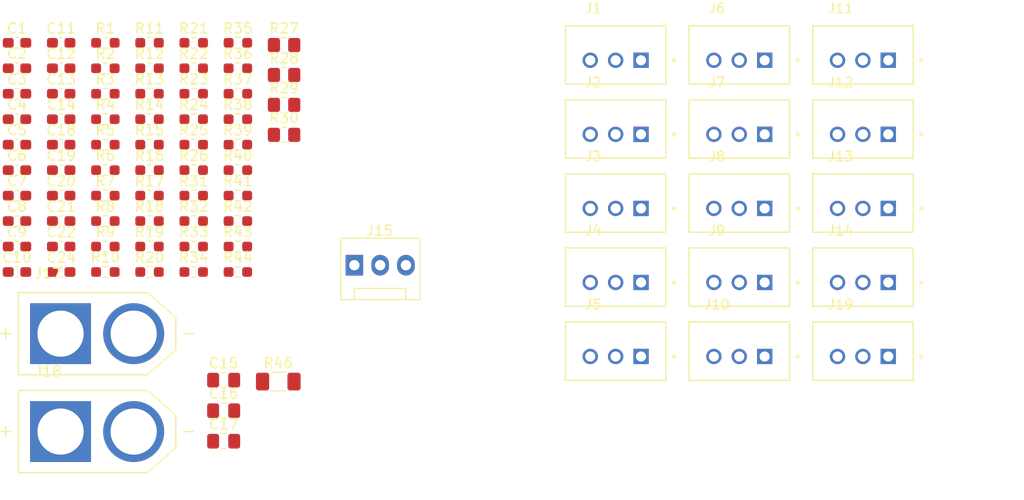
<source format=kicad_pcb>
(kicad_pcb (version 20240108) (generator "pcbnew") (generator_version "8.0")
  (layers (0 "F.Cu" signal) (31 "B.Cu" signal) (34 "B.Paste" user) (35 "F.Paste" user) (36 "B.SilkS" user "B.Silkscreen") (37 "F.SilkS" user "F.Silkscreen") (38 "B.Mask" user) (39 "F.Mask" user) (44 "Edge.Cuts" user))
  (net 0 "")
  (net 1 "+5V")
  (net 2 "GND1")
  (net 3 "+12V")
  (net 4 "+3.3V")
  (net 5 "44.4V")
  (net 6 "Net-(Q1-G)")
  (net 7 "44.4v")
  (net 8 "12v")
  (net 9 "5v")
  (net 10 "Signal Start Module")
  (net 11 "Net-(J17-POS)")
  (net 12 "Net-(J17-NEG)")
  (net 13 "Line Sensor 1 3.3V")
  (net 14 "Line Sensor 1 5v")
  (net 15 "Line Sensor 2 5v")
  (net 16 "Line Sensor 2 3.3V")
  (net 17 "Line Sensor 3 5v")
  (net 18 "Line Sensor 3 3.3V")
  (net 19 "Line Sensor 4 5v")
  (net 20 "Line Sensor 4 3.3V")
  (net 21 "Distance Sensor 1 12V")
  (net 22 "Distance Sensor 1 3.3V")
  (net 23 "Distance Sensor 2 12V")
  (net 24 "Distance Sensor 2 3.3V")
  (net 25 "Distance Sensor 3 3.3V")
  (net 26 "Distance Sensor 3 12V")
  (net 27 "Distance Sensor 4 12V")
  (net 28 "Distance Sensor 4 3.3V")
  (net 29 "Distance Sensor 5 3.3V")
  (net 30 "Distance Sensor 5 12V")
  (net 31 "Distance Sensor 6 12V")
  (net 32 "Distance Sensor 6 3.3V")
  (net 33 "Distance Sensor 7 3.3V")
  (net 34 "Distance Sensor 7 12V")
  (net 35 "Distance Sensor 8 3.3V")
  (net 36 "Distance Sensor 8 12V")
  (net 37 "Distance Sensor 9 3.3V")
  (net 38 "Distance Sensor 9 12V")
  (net 39 "Net-(Q2-D)")
  (net 40 "Net-(Q1-S)")
  (net 41 "Net-(Q2-G)")
  (net 42 "Net-(SW1-A)")
  (net 43 "Net-(D1-A)")
  (net 44 "Net-(D2-A)")
  (net 45 "Net-(D3-A)")
  (net 46 "Net-(D4-A)")
  (net 47 "Net-(D5-A)")
  (net 48 "Net-(D6-A)")
  (net 49 "Net-(D7-A)")
  (net 50 "Net-(D8-A)")
  (net 51 "Net-(D9-A)")
  (net 52 "Net-(D10-A)")
  (net 53 "Net-(D11-A)")
  (net 54 "Net-(D12-A)")
  (net 55 "Net-(D13-A)")
  (net 56 "Net-(D15-A)")
  (net 57 "Net-(D16-A)")
  (net 58 "PWM MD2")
  (net 59 "Direction MD2")
  (net 61 "PWM MD1")
  (net 62 "Direction MD1")
  (footprint "Resistor_SMD:R_0805_2012Metric_Pad1.20x1.40mm_HandSolder" (layer "F.Cu") (at 97.5 45.8)
    (property "Reference" "R27" (at 0 -1.65 0) (layer "F.SilkS"))
    (property "Value" "15k")
    (pad "1" smd roundrect (at -1 0) (size 1.2 1.4) (layers "F.Cu" "F.Paste" "F.Mask") (roundrect_rratio 0.208333) (net 6 "Net-(Q1-G)"))
    (pad "2" smd roundrect (at 1 0) (size 1.2 1.4) (layers "F.Cu" "F.Paste" "F.Mask") (roundrect_rratio 0.208333) (net 39 "Net-(Q2-D)"))
  )
  (footprint "XT60-M:AMASS_XT60-M" (layer "F.Cu") (at 79.0885 74.25)
    (property "Reference" "J17" (at -4.825 -5.935 0) (layer "F.SilkS"))
    (property "Value" "XT60-M")
    (pad "N" thru_hole circle (at 3.6 0) (size 6 6) (drill 4.55) (layers "*.Cu" "*.Mask") (net 12 "Net-(J17-NEG)"))
    (pad "P" thru_hole rect (at -3.6 0) (size 6 6) (drill 4.55) (layers "*.Cu" "*.Mask") (net 11 "Net-(J17-POS)"))
  )
  (footprint "Capacitor_SMD:C_0603_1608Metric_Pad1.08x0.95mm_HandSolder" (layer "F.Cu") (at 75.55 48.09)
    (property "Reference" "C12" (at 0 -1.43 0) (layer "F.SilkS"))
    (property "Value" "C")
    (pad "1" smd roundrect (at -0.8625 0) (size 1.075 0.95) (layers "F.Cu" "F.Paste" "F.Mask") (net 3 "+12V"))
    (pad "2" smd roundrect (at 0.8625 0) (size 1.075 0.95) (layers "F.Cu" "F.Paste" "F.Mask") (net 2 "GND1"))
  )
  (footprint "Resistor_SMD:R_0603_1608Metric_Pad0.98x0.95mm_HandSolder" (layer "F.Cu") (at 79.9 60.64)
    (property "Reference" "R7" (at 0 -1.43 0) (layer "F.SilkS"))
    (property "Value" "R")
    (pad "1" smd roundrect (at -0.9125 0) (size 0.975 0.95) (layers "F.Cu" "F.Paste" "F.Mask") (net 19 "Line Sensor 4 5v"))
    (pad "2" smd roundrect (at 0.9125 0) (size 0.975 0.95) (layers "F.Cu" "F.Paste" "F.Mask") (net 20 "Line Sensor 4 3.3V"))
  )
  (footprint "Resistor_SMD:R_0603_1608Metric_Pad0.98x0.95mm_HandSolder" (layer "F.Cu") (at 84.25 60.64)
    (property "Reference" "R17" (at 0 -1.43 0) (layer "F.SilkS"))
    (property "Value" "R")
    (pad "1" smd roundrect (at -0.9125 0) (size 0.975 0.95) (layers "F.Cu" "F.Paste" "F.Mask") (net 30 "Distance Sensor 5 12V"))
    (pad "2" smd roundrect (at 0.9125 0) (size 0.975 0.95) (layers "F.Cu" "F.Paste" "F.Mask") (net 29 "Distance Sensor 5 3.3V"))
  )
  (footprint "Jst Xh 2.5-3 Pin:JST_B3B-XH-A_LF__SN_" (layer "F.Cu") (at 130.15 61.375)
    (property "Reference" "J3" (at -2.2 -4.6 0) (layer "F.SilkS") (effects (font (size 0.944882 0.944882))))
    (property "Value" "Conn_01x03_MountingPin")
    (pad "1" thru_hole rect (at 2.5 0.525) (size 1.508 1.508) (drill 1) (layers "*.Cu" "*.Mask") (net 1 "+5V"))
    (pad "2" thru_hole circle (at 0 0.525) (size 1.508 1.508) (drill 1) (layers "*.Cu" "*.Mask"))
    (pad "3" thru_hole circle (at -2.5 0.525) (size 1.508 1.508) (drill 1) (layers "*.Cu" "*.Mask") (net 2 "GND1"))
  )
  (footprint "Capacitor_SMD:C_0603_1608Metric_Pad1.08x0.95mm_HandSolder" (layer "F.Cu") (at 71.2 65.66)
    (property "Reference" "C9" (at 0 -1.43 0) (layer "F.SilkS"))
    (property "Value" "C")
    (pad "1" smd roundrect (at -0.8625 0) (size 1.075 0.95) (layers "F.Cu" "F.Paste" "F.Mask") (net 3 "+12V"))
    (pad "2" smd roundrect (at 0.8625 0) (size 1.075 0.95) (layers "F.Cu" "F.Paste" "F.Mask") (net 2 "GND1"))
  )
  (footprint "Capacitor_SMD:C_0603_1608Metric_Pad1.08x0.95mm_HandSolder" (layer "F.Cu") (at 71.2 48.09)
    (property "Reference" "C2" (at 0 -1.43 0) (layer "F.SilkS"))
    (property "Value" "C")
    (pad "1" smd roundrect (at -0.8625 0) (size 1.075 0.95) (layers "F.Cu" "F.Paste" "F.Mask") (net 1 "+5V"))
    (pad "2" smd roundrect (at 0.8625 0) (size 1.075 0.95) (layers "F.Cu" "F.Paste" "F.Mask") (net 2 "GND1"))
  )
  (footprint "Capacitor_SMD:C_0603_1608Metric_Pad1.08x0.95mm_HandSolder" (layer "F.Cu") (at 75.55 55.62)
    (property "Reference" "C18" (at 0 -1.43 0) (layer "F.SilkS"))
    (property "Value" "C")
    (pad "1" smd roundrect (at -0.8625 0) (size 1.075 0.95) (layers "F.Cu" "F.Paste" "F.Mask") (net 7 "44.4v"))
    (pad "2" smd roundrect (at 0.8625 0) (size 1.075 0.95) (layers "F.Cu" "F.Paste" "F.Mask") (net 2 "GND1"))
  )
  (footprint "Capacitor_SMD:C_0603_1608Metric_Pad1.08x0.95mm_HandSolder" (layer "F.Cu") (at 75.55 65.66)
    (property "Reference" "C22" (at 0 -1.43 0) (layer "F.SilkS"))
    (property "Value" "C")
    (pad "1" smd roundrect (at -0.8625 0) (size 1.075 0.95) (layers "F.Cu" "F.Paste" "F.Mask") (net 1 "+5V"))
    (pad "2" smd roundrect (at 0.8625 0) (size 1.075 0.95) (layers "F.Cu" "F.Paste" "F.Mask") (net 2 "GND1"))
  )
  (footprint "Capacitor_SMD:C_0603_1608Metric_Pad1.08x0.95mm_HandSolder" (layer "F.Cu") (at 71.2 68.17)
    (property "Reference" "C10" (at 0 -1.43 0) (layer "F.SilkS"))
    (property "Value" "C")
    (pad "1" smd roundrect (at -0.8625 0) (size 1.075 0.95) (layers "F.Cu" "F.Paste" "F.Mask") (net 3 "+12V"))
    (pad "2" smd roundrect (at 0.8625 0) (size 1.075 0.95) (layers "F.Cu" "F.Paste" "F.Mask") (net 2 "GND1"))
  )
  (footprint "Resistor_SMD:R_0603_1608Metric_Pad0.98x0.95mm_HandSolder" (layer "F.Cu") (at 84.25 48.09)
    (property "Reference" "R12" (at 0 -1.43 0) (layer "F.SilkS"))
    (property "Value" "R")
    (pad "1" smd roundrect (at -0.9125 0) (size 0.975 0.95) (layers "F.Cu" "F.Paste" "F.Mask") (net 24 "Distance Sensor 2 3.3V"))
    (pad "2" smd roundrect (at 0.9125 0) (size 0.975 0.95) (layers "F.Cu" "F.Paste" "F.Mask") (net 2 "GND1"))
  )
  (footprint "Capacitor_SMD:C_0603_1608Metric_Pad1.08x0.95mm_HandSolder" (layer "F.Cu") (at 75.55 50.6)
    (property "Reference" "C13" (at 0 -1.43 0) (layer "F.SilkS"))
    (property "Value" "C")
    (pad "1" smd roundrect (at -0.8625 0) (size 1.075 0.95) (layers "F.Cu" "F.Paste" "F.Mask") (net 1 "+5V"))
    (pad "2" smd roundrect (at 0.8625 0) (size 1.075 0.95) (layers "F.Cu" "F.Paste" "F.Mask") (net 2 "GND1"))
  )
  (footprint "Jst Xh 2.5-3 Pin:JST_B3B-XH-A_LF__SN_" (layer "F.Cu") (at 130.15 75.975)
    (property "Reference" "J5" (at -2.2 -4.6 0) (layer "F.SilkS") (effects (font (size 0.944882 0.944882))))
    (property "Value" "Conn_01x03_MountingPin")
    (pad "1" thru_hole rect (at 2.5 0.525) (size 1.508 1.508) (drill 1) (layers "*.Cu" "*.Mask") (net 23 "Distance Sensor 2 12V"))
    (pad "2" thru_hole circle (at 0 0.525) (size 1.508 1.508) (drill 1) (layers "*.Cu" "*.Mask") (net 3 "+12V"))
    (pad "3" thru_hole circle (at -2.5 0.525) (size 1.508 1.508) (drill 1) (layers "*.Cu" "*.Mask") (net 2 "GND1"))
  )
  (footprint "Resistor_SMD:R_0603_1608Metric_Pad0.98x0.95mm_HandSolder" (layer "F.Cu") (at 79.9 53.11)
    (property "Reference" "R4" (at 0 -1.43 0) (layer "F.SilkS"))
    (property "Value" "R")
    (pad "1" smd roundrect (at -0.9125 0) (size 0.975 0.95) (layers "F.Cu" "F.Paste" "F.Mask") (net 16 "Line Sensor 2 3.3V"))
    (pad "2" smd roundrect (at 0.9125 0) (size 0.975 0.95) (layers "F.Cu" "F.Paste" "F.Mask") (net 2 "GND1"))
  )
  (footprint "Resistor_SMD:R_0603_1608Metric_Pad0.98x0.95mm_HandSolder" (layer "F.Cu") (at 79.9 68.17)
    (property "Reference" "R10" (at 0 -1.43 0) (layer "F.SilkS"))
    (property "Value" "R")
    (pad "1" smd roundrect (at -0.9125 0) (size 0.975 0.95) (layers "F.Cu" "F.Paste" "F.Mask") (net 22 "Distance Sensor 1 3.3V"))
    (pad "2" smd roundrect (at 0.9125 0) (size 0.975 0.95) (layers "F.Cu" "F.Paste" "F.Mask") (net 2 "GND1"))
  )
  (footprint "Resistor_SMD:R_0603_1608Metric_Pad0.98x0.95mm_HandSolder" (layer "F.Cu") (at 92.95 58.13)
    (property "Reference" "R40" (at 0 -1.43 0) (layer "F.SilkS"))
    (property "Value" "R")
    (pad "1" smd roundrect (at -0.9125 0) (size 0.975 0.95) (layers "F.Cu" "F.Paste" "F.Mask") (net 32 "Distance Sensor 6 3.3V"))
    (pad "2" smd roundrect (at 0.9125 0) (size 0.975 0.95) (layers "F.Cu" "F.Paste" "F.Mask") (net 52 "Net-(D10-A)"))
  )
  (footprint "Resistor_SMD:R_0603_1608Metric_Pad0.98x0.95mm_HandSolder" (layer "F.Cu") (at 88.6 68.17)
    (property "Reference" "R34" (at 0 -1.43 0) (layer "F.SilkS"))
    (property "Value" "R")
    (pad "1" smd roundrect (at -0.9125 0) (size 0.975 0.95) (layers "F.Cu" "F.Paste" "F.Mask") (net 20 "Line Sensor 4 3.3V"))
    (pad "2" smd roundrect (at 0.9125 0) (size 0.975 0.95) (layers "F.Cu" "F.Paste" "F.Mask") (net 46 "Net-(D4-A)"))
  )
  (footprint "Jst Xh 2.5-3 Pin:JST_B3B-XH-A_LF__SN_" (layer "F.Cu") (at 142.325 54.075)
    (property "Reference" "J7" (at -2.2 -4.6 0) (layer "F.SilkS") (effects (font (size 0.944882 0.944882))))
    (property "Value" "Conn_01x03_MountingPin")
    (pad "1" thru_hole rect (at 2.5 0.525) (size 1.508 1.508) (drill 1) (layers "*.Cu" "*.Mask") (net 27 "Distance Sensor 4 12V"))
    (pad "2" thru_hole circle (at 0 0.525) (size 1.508 1.508) (drill 1) (layers "*.Cu" "*.Mask") (net 3 "+12V"))
    (pad "3" thru_hole circle (at -2.5 0.525) (size 1.508 1.508) (drill 1) (layers "*.Cu" "*.Mask") (net 2 "GND1"))
  )
  (footprint "Jst Xh 2.5-3 Pin:JST_B3B-XH-A_LF__SN_" (layer "F.Cu") (at 130.15 68.675)
    (property "Reference" "J4" (at -2.2 -4.6 0) (layer "F.SilkS") (effects (font (size 0.944882 0.944882))))
    (property "Value" "Conn_01x03_MountingPin")
    (pad "1" thru_hole rect (at 2.5 0.525) (size 1.508 1.508) (drill 1) (layers "*.Cu" "*.Mask") (net 21 "Distance Sensor 1 12V"))
    (pad "2" thru_hole circle (at 0 0.525) (size 1.508 1.508) (drill 1) (layers "*.Cu" "*.Mask") (net 3 "+12V"))
    (pad "3" thru_hole circle (at -2.5 0.525) (size 1.508 1.508) (drill 1) (layers "*.Cu" "*.Mask") (net 2 "GND1"))
  )
  (footprint "Resistor_SMD:R_0603_1608Metric_Pad0.98x0.95mm_HandSolder" (layer "F.Cu") (at 88.6 50.6)
    (property "Reference" "R23" (at 0 -1.43 0) (layer "F.SilkS"))
    (property "Value" "R")
    (pad "1" smd roundrect (at -0.9125 0) (size 0.975 0.95) (layers "F.Cu" "F.Paste" "F.Mask") (net 36 "Distance Sensor 8 12V"))
    (pad "2" smd roundrect (at 0.9125 0) (size 0.975 0.95) (layers "F.Cu" "F.Paste" "F.Mask") (net 35 "Distance Sensor 8 3.3V"))
  )
  (footprint "Resistor_SMD:R_0603_1608Metric_Pad0.98x0.95mm_HandSolder" (layer "F.Cu") (at 88.6 53.11)
    (property "Reference" "R24" (at 0 -1.43 0) (layer "F.SilkS"))
    (property "Value" "R")
    (pad "1" smd roundrect (at -0.9125 0) (size 0.975 0.95) (layers "F.Cu" "F.Paste" "F.Mask") (net 35 "Distance Sensor 8 3.3V"))
    (pad "2" smd roundrect (at 0.9125 0) (size 0.975 0.95) (layers "F.Cu" "F.Paste" "F.Mask") (net 2 "GND1"))
  )
  (footprint "Jst Xh 2.5-3 Pin:JST_B3B-XH-A_LF__SN_" (layer "F.Cu") (at 154.5 68.675)
    (property "Reference" "J14" (at -2.2 -4.6 0) (layer "F.SilkS") (effects (font (size 0.944882 0.944882))))
    (property "Value" "Conn_01x03_MountingPin")
    (pad "1" thru_hole rect (at 2.5 0.525) (size 1.508 1.508) (drill 1) (layers "*.Cu" "*.Mask") (net 15 "Line Sensor 2 5v"))
    (pad "2" thru_hole circle (at 0 0.525) (size 1.508 1.508) (drill 1) (layers "*.Cu" "*.Mask") (net 1 "+5V"))
    (pad "3" thru_hole circle (at -2.5 0.525) (size 1.508 1.508) (drill 1) (layers "*.Cu" "*.Mask") (net 2 "GND1"))
  )
  (footprint "Jst Xh 2.5-3 Pin:JST_B3B-XH-A_LF__SN_" (layer "F.Cu") (at 142.325 61.375)
    (property "Reference" "J8" (at -2.2 -4.6 0) (layer "F.SilkS") (effects (font (size 0.944882 0.944882))))
    (property "Value" "Conn_01x03_MountingPin")
    (pad "1" thru_hole rect (at 2.5 0.525) (size 1.508 1.508) (drill 1) (layers "*.Cu" "*.Mask") (net 30 "Distance Sensor 5 12V"))
    (pad "2" thru_hole circle (at 0 0.525) (size 1.508 1.508) (drill 1) (layers "*.Cu" "*.Mask") (net 3 "+12V"))
    (pad "3" thru_hole circle (at -2.5 0.525) (size 1.508 1.508) (drill 1) (layers "*.Cu" "*.Mask") (net 2 "GND1"))
  )
  (footprint "Resistor_SMD:R_0603_1608Metric_Pad0.98x0.95mm_HandSolder" (layer "F.Cu") (at 84.25 63.15)
    (property "Reference" "R18" (at 0 -1.43 0) (layer "F.SilkS"))
    (property "Value" "R")
    (pad "1" smd roundrect (at -0.9125 0) (size 0.975 0.95) (layers "F.Cu" "F.Paste" "F.Mask") (net 29 "Distance Sensor 5 3.3V"))
    (pad "2" smd roundrect (at 0.9125 0) (size 0.975 0.95) (layers "F.Cu" "F.Paste" "F.Mask") (net 2 "GND1"))
  )
  (footprint "Capacitor_SMD:C_0603_1608Metric_Pad1.08x0.95mm_HandSolder" (layer "F.Cu") (at 75.55 60.64)
    (property "Reference" "C20" (at 0 -1.43 0) (layer "F.SilkS"))
    (property "Value" "C")
    (pad "1" smd roundrect (at -0.8625 0) (size 1.075 0.95) (layers "F.Cu" "F.Paste" "F.Mask") (net 7 "44.4v"))
    (pad "2" smd roundrect (at 0.8625 0) (size 1.075 0.95) (layers "F.Cu" "F.Paste" "F.Mask") (net 2 "GND1"))
  )
  (footprint "Capacitor_SMD:C_0805_2012Metric_Pad1.18x1.45mm_HandSolder" (layer "F.Cu") (at 91.55 84.85)
    (property "Reference" "C17" (at 0 -1.68 0) (layer "F.SilkS"))
    (property "Value" "1uF")
    (pad "1" smd roundrect (at -1.0375 0) (size 1.175 1.45) (layers "F.Cu" "F.Paste" "F.Mask") (roundrect_rratio 0.212766) (net 5 "44.4V"))
    (pad "2" smd roundrect (at 1.0375 0) (size 1.175 1.45) (layers "F.Cu" "F.Paste" "F.Mask") (roundrect_rratio 0.212766) (net 6 "Net-(Q1-G)"))
  )
  (footprint "Resistor_SMD:R_0603_1608Metric_Pad0.98x0.95mm_HandSolder" (layer "F.Cu") (at 92.95 50.6)
    (property "Reference" "R37" (at 0 -1.43 0) (layer "F.SilkS"))
    (property "Value" "R")
    (pad "1" smd roundrect (at -0.9125 0) (size 0.975 0.95) (layers "F.Cu" "F.Paste" "F.Mask") (net 25 "Distance Sensor 3 3.3V"))
    (pad "2" smd roundrect (at 0.9125 0) (size 0.975 0.95) (layers "F.Cu" "F.Paste" "F.Mask") (net 49 "Net-(D7-A)"))
  )
  (footprint "Jst Xh 2.5-3 Pin:JST_B3B-XH-A_LF__SN_" (layer "F.Cu") (at 142.325 68.675)
    (property "Reference" "J9" (at -2.2 -4.6 0) (layer "F.SilkS") (effects (font (size 0.944882 0.944882))))
    (property "Value" "Conn_01x03_MountingPin")
    (pad "1" thru_hole rect (at 2.5 0.525) (size 1.508 1.508) (drill 1) (layers "*.Cu" "*.Mask") (net 31 "Distance Sensor 6 12V"))
    (pad "2" thru_hole circle (at 0 0.525) (size 1.508 1.508) (drill 1) (layers "*.Cu" "*.Mask") (net 3 "+12V"))
    (pad "3" thru_hole circle (at -2.5 0.525) (size 1.508 1.508) (drill 1) (layers "*.Cu" "*.Mask") (net 2 "GND1"))
  )
  (footprint "Resistor_SMD:R_0603_1608Metric_Pad0.98x0.95mm_HandSolder" (layer "F.Cu") (at 92.95 55.62)
    (property "Reference" "R39" (at 0 -1.43 0) (layer "F.SilkS"))
    (property "Value" "R")
    (pad "1" smd roundrect (at -0.9125 0) (size 0.975 0.95) (layers "F.Cu" "F.Paste" "F.Mask") (net 29 "Distance Sensor 5 3.3V"))
    (pad "2" smd roundrect (at 0.9125 0) (size 0.975 0.95) (layers "F.Cu" "F.Paste" "F.Mask") (net 51 "Net-(D9-A)"))
  )
  (footprint "Resistor_SMD:R_0805_2012Metric_Pad1.20x1.40mm_HandSolder" (layer "F.Cu") (at 97.5 54.65)
    (property "Reference" "R30" (at 0 -1.65 0) (layer "F.SilkS"))
    (property "Value" "8k")
    (pad "1" smd roundrect (at -1 0) (size 1.2 1.4) (layers "F.Cu" "F.Paste" "F.Mask") (roundrect_rratio 0.208333) (net 41 "Net-(Q2-G)"))
    (pad "2" smd roundrect (at 1 0) (size 1.2 1.4) (layers "F.Cu" "F.Paste" "F.Mask") (roundrect_rratio 0.208333) (net 42 "Net-(SW1-A)"))
  )
  (footprint "Resistor_SMD:R_0805_2012Metric_Pad1.20x1.40mm_HandSolder" (layer "F.Cu") (at 97.5 48.75)
    (property "Reference" "R28" (at 0 -1.65 0) (layer "F.SilkS"))
    (property "Value" "10k")
    (pad "1" smd roundrect (at -1 0) (size 1.2 1.4) (layers "F.Cu" "F.Paste" "F.Mask") (roundrect_rratio 0.208333) (net 6 "Net-(Q1-G)"))
    (pad "2" smd roundrect (at 1 0) (size 1.2 1.4) (layers "F.Cu" "F.Paste" "F.Mask") (roundrect_rratio 0.208333) (net 40 "Net-(Q1-S)"))
  )
  (footprint "Resistor_SMD:R_0603_1608Metric_Pad0.98x0.95mm_HandSolder" (layer "F.Cu") (at 92.95 45.58)
    (property "Reference" "R35" (at 0 -1.43 0) (layer "F.SilkS"))
    (property "Value" "R")
    (pad "1" smd roundrect (at -0.9125 0) (size 0.975 0.95) (layers "F.Cu" "F.Paste" "F.Mask") (net 22 "Distance Sensor 1 3.3V"))
    (pad "2" smd roundrect (at 0.9125 0) (size 0.975 0.95) (layers "F.Cu" "F.Paste" "F.Mask") (net 47 "Net-(D5-A)"))
  )
  (footprint "Capacitor_SMD:C_0603_1608Metric_Pad1.08x0.95mm_HandSolder" (layer "F.Cu") (at 71.2 45.58)
    (property "Reference" "C1" (at 0 -1.43 0) (layer "F.SilkS"))
    (property "Value" "C")
    (pad "1" smd roundrect (at -0.8625 0) (size 1.075 0.95) (layers "F.Cu" "F.Paste" "F.Mask") (net 1 "+5V"))
    (pad "2" smd roundrect (at 0.8625 0) (size 1.075 0.95) (layers "F.Cu" "F.Paste" "F.Mask") (net 2 "GND1"))
  )
  (footprint "Resistor_SMD:R_0805_2012Metric_Pad1.20x1.40mm_HandSolder" (layer "F.Cu") (at 97.5 51.7)
    (property "Reference" "R29" (at 0 -1.65 0) (layer "F.SilkS"))
    (property "Value" "1k")
    (pad "1" smd roundrect (at -1 0) (size 1.2 1.4) (layers "F.Cu" "F.Paste" "F.Mask") (roundrect_rratio 0.208333) (net 41 "Net-(Q2-G)"))
    (pad "2" smd roundrect (at 1 0) (size 1.2 1.4) (layers "F.Cu" "F.Paste" "F.Mask") (roundrect_rratio 0.208333) (net 2 "GND1"))
  )
  (footprint "Resistor_SMD:R_0603_1608Metric_Pad0.98x0.95mm_HandSolder" (layer "F.Cu") (at 88.6 65.66)
    (property "Reference" "R33" (at 0 -1.43 0) (layer "F.SilkS"))
    (property "Value" "R")
    (pad "1" smd roundrect (at -0.9125 0) (size 0.975 0.95) (layers "F.Cu" "F.Paste" "F.Mask") (net 18 "Line Sensor 3 3.3V"))
    (pad "2" smd roundrect (at 0.9125 0) (size 0.975 0.95) (layers "F.Cu" "F.Paste" "F.Mask") (net 45 "Net-(D3-A)"))
  )
  (footprint "Resistor_SMD:R_0603_1608Metric_Pad0.98x0.95mm_HandSolder" (layer "F.Cu") (at 84.25 53.11)
    (property "Reference" "R14" (at 0 -1.43 0) (layer "F.SilkS"))
    (property "Value" "R")
    (pad "1" smd roundrect (at -0.9125 0) (size 0.975 0.95) (layers "F.Cu" "F.Paste" "F.Mask") (net 25 "Distance Sensor 3 3.3V"))
    (pad "2" smd roundrect (at 0.9125 0) (size 0.975 0.95) (layers "F.Cu" "F.Paste" "F.Mask") (net 2 "GND1"))
  )
  (footprint "Capacitor_SMD:C_0603_1608Metric_Pad1.08x0.95mm_HandSolder" (layer "F.Cu") (at 71.2 60.64)
    (property "Reference" "C7" (at 0 -1.43 0) (layer "F.SilkS"))
    (property "Value" "C")
    (pad "1" smd roundrect (at -0.8625 0) (size 1.075 0.95) (layers "F.Cu" "F.Paste" "F.Mask") (net 3 "+12V"))
    (pad "2" smd roundrect (at 0.8625 0) (size 1.075 0.95) (layers "F.Cu" "F.Paste" "F.Mask") (net 2 "GND1"))
  )
  (footprint "Capacitor_SMD:C_0603_1608Metric_Pad1.08x0.95mm_HandSolder" (layer "F.Cu") (at 75.55 53.11)
    (property "Reference" "C14" (at 0 -1.43 0) (layer "F.SilkS"))
    (property "Value" "C")
    (pad "1" smd roundrect (at -0.8625 0) (size 1.075 0.95) (layers "F.Cu" "F.Paste" "F.Mask") (net 2 "GND1"))
    (pad "2" smd roundrect (at 0.8625 0) (size 1.075 0.95) (layers "F.Cu" "F.Paste" "F.Mask") (net 4 "+3.3V"))
  )
  (footprint "Resistor_SMD:R_0603_1608Metric_Pad0.98x0.95mm_HandSolder" (layer "F.Cu") (at 92.95 63.15)
    (property "Reference" "R42" (at 0 -1.43 0) (layer "F.SilkS"))
    (property "Value" "R")
    (pad "1" smd roundrect (at -0.9125 0) (size 0.975 0.95) (layers "F.Cu" "F.Paste" "F.Mask") (net 35 "Distance Sensor 8 3.3V"))
    (pad "2" smd roundrect (at 0.9125 0) (size 0.975 0.95) (layers "F.Cu" "F.Paste" "F.Mask") (net 54 "Net-(D12-A)"))
  )
  (footprint "Capacitor_SMD:C_0603_1608Metric_Pad1.08x0.95mm_HandSolder" (layer "F.Cu") (at 71.2 58.13)
    (property "Reference" "C6" (at 0 -1.43 0) (layer "F.SilkS"))
    (property "Value" "C")
    (pad "1" smd roundrect (at -0.8625 0) (size 1.075 0.95) (layers "F.Cu" "F.Paste" "F.Mask") (net 3 "+12V"))
    (pad "2" smd roundrect (at 0.8625 0) (size 1.075 0.95) (layers "F.Cu" "F.Paste" "F.Mask") (net 2 "GND1"))
  )
  (footprint "Resistor_SMD:R_0603_1608Metric_Pad0.98x0.95mm_HandSolder" (layer "F.Cu") (at 84.25 50.6)
    (property "Reference" "R13" (at 0 -1.43 0) (layer "F.SilkS"))
    (property "Value" "R")
    (pad "1" smd roundrect (at -0.9125 0) (size 0.975 0.95) (layers "F.Cu" "F.Paste" "F.Mask") (net 26 "Distance Sensor 3 12V"))
    (pad "2" smd roundrect (at 0.9125 0) (size 0.975 0.95) (layers "F.Cu" "F.Paste" "F.Mask") (net 25 "Distance Sensor 3 3.3V"))
  )
  (footprint "Jst Xh 2.5-3 Pin:JST_B3B-XH-A_LF__SN_" (layer "F.Cu") (at 130.15 46.775)
    (property "Reference" "J1" (at -2.2 -4.6 0) (layer "F.SilkS") (effects (font (size 0.944882 0.944882))))
    (property "Value" "Conn_01x03_MountingPin")
    (pad "1" thru_hole rect (at 2.5 0.525) (size 1.508 1.508) (drill 1) (layers "*.Cu" "*.Mask") (net 59 "Direction MD2"))
    (pad "2" thru_hole circle (at 0 0.525) (size 1.508 1.508) (drill 1) (layers "*.Cu" "*.Mask") (net 58 "PWM MD2"))
    (pad "3" thru_hole circle (at -2.5 0.525) (size 1.508 1.508) (drill 1) (layers "*.Cu" "*.Mask") (net 2 "GND1"))
  )
  (footprint "Capacitor_SMD:C_0805_2012Metric_Pad1.18x1.45mm_HandSolder" (layer "F.Cu") (at 91.55 81.84)
    (property "Reference" "C16" (at 0 -1.68 0) (layer "F.SilkS"))
    (property "Value" "1uF")
    (pad "1" smd roundrect (at -1.0375 0) (size 1.175 1.45) (layers "F.Cu" "F.Paste" "F.Mask") (roundrect_rratio 0.212766) (net 5 "44.4V"))
    (pad "2" smd roundrect (at 1.0375 0) (size 1.175 1.45) (layers "F.Cu" "F.Paste" "F.Mask") (roundrect_rratio 0.212766) (net 2 "GND1"))
  )
  (footprint "Jst Xh 2.5-3 Pin:JST_B3B-XH-A_LF__SN_" (layer "F.Cu") (at 142.325 46.775)
    (property "Reference" "J6" (at -2.2 -4.6 0) (layer "F.SilkS") (effects (font (size 0.944882 0.944882))))
    (property "Value" "Conn_01x03_MountingPin")
    (pad "1" thru_hole rect (at 2.5 0.525) (size 1.508 1.508) (drill 1) (layers "*.Cu" "*.Mask") (net 26 "Distance Sensor 3 12V"))
    (pad "2" thru_hole circle (at 0 0.525) (size 1.508 1.508) (drill 1) (layers "*.Cu" "*.Mask") (net 3 "+12V"))
    (pad "3" thru_hole circle (at -2.5 0.525) (size 1.508 1.508) (drill 1) (layers "*.Cu" "*.Mask") (net 2 "GND1"))
  )
  (footprint "XT60-M:AMASS_XT60-M" (layer "F.Cu") (at 79.0885 83.9)
    (property "Reference" "J18" (at -4.825 -5.935 0) (layer "F.SilkS"))
    (property "Value" "XT60-M")
    (pad "N" thru_hole circle (at 3.6 0) (size 6 6) (drill 4.55) (layers "*.Cu" "*.Mask") (net 2 "GND1"))
    (pad "P" thru_hole rect (at -3.6 0) (size 6 6) (drill 4.55) (layers "*.Cu" "*.Mask") (net 12 "Net-(J17-NEG)"))
  )
  (footprint "Jst Xh 2.5-3 Pin:JST_B3B-XH-A_LF__SN_" (layer "F.Cu") (at 154.5 46.775)
    (property "Reference" "J11" (at -2.2 -4.6 0) (layer "F.SilkS") (effects (font (size 0.944882 0.944882))))
    (property "Value" "Conn_01x03_MountingPin")
    (pad "1" thru_hole rect (at 2.5 0.525) (size 1.508 1.508) (drill 1) (layers "*.Cu" "*.Mask") (net 36 "Distance Sensor 8 12V"))
    (pad "2" thru_hole circle (at 0 0.525) (size 1.508 1.508) (drill 1) (layers "*.Cu" "*.Mask") (net 3 "+12V"))
    (pad "3" thru_hole circle (at -2.5 0.525) (size 1.508 1.508) (drill 1) (layers "*.Cu" "*.Mask") (net 2 "GND1"))
  )
  (footprint "Capacitor_SMD:C_0603_1608Metric_Pad1.08x0.95mm_HandSolder" (layer "F.Cu") (at 71.2 55.62)
    (property "Reference" "C5" (at 0 -1.43 0) (layer "F.SilkS"))
    (property "Value" "C")
    (pad "1" smd roundrect (at -0.8625 0) (size 1.075 0.95) (layers "F.Cu" "F.Paste" "F.Mask") (net 3 "+12V"))
    (pad "2" smd roundrect (at 0.8625 0) (size 1.075 0.95) (layers "F.Cu" "F.Paste" "F.Mask") (net 2 "GND1"))
  )
  (footprint "Resistor_SMD:R_0603_1608Metric_Pad0.98x0.95mm_HandSolder" (layer "F.Cu") (at 79.9 65.66)
    (property "Reference" "R9" (at 0 -1.43 0) (layer "F.SilkS"))
    (property "Value" "R")
    (pad "1" smd roundrect (at -0.9125 0) (size 0.975 0.95) (layers "F.Cu" "F.Paste" "F.Mask") (net 21 "Distance Sensor 1 12V"))
    (pad "2" smd roundrect (at 0.9125 0) (size 0.975 0.95) (layers "F.Cu" "F.Paste" "F.Mask") (net 22 "Distance Sensor 1 3.3V"))
  )
  (footprint "Resistor_SMD:R_0603_1608Metric_Pad0.98x0.95mm_HandSolder" (layer "F.Cu") (at 84.25 68.17)
    (property "Reference" "R20" (at 0 -1.43 0) (layer "F.SilkS"))
    (property "Value" "R")
    (pad "1" smd roundrect (at -0.9125 0) (size 0.975 0.95) (layers "F.Cu" "F.Paste" "F.Mask") (net 32 "Distance Sensor 6 3.3V"))
    (pad "2" smd roundrect (at 0.9125 0) (size 0.975 0.95) (layers "F.Cu" "F.Paste" "F.Mask") (net 2 "GND1"))
  )
  (footprint "Capacitor_SMD:C_0603_1608Metric_Pad1.08x0.95mm_HandSolder" (layer "F.Cu") (at 71.2 50.6)
    (property "Reference" "C3" (at 0 -1.43 0) (layer "F.SilkS"))
    (property "Value" "C")
    (pad "1" smd roundrect (at -0.8625 0) (size 1.075 0.95) (layers "F.Cu" "F.Paste" "F.Mask") (net 1 "+5V"))
    (pad "2" smd roundrect (at 0.8625 0) (size 1.075 0.95) (layers "F.Cu" "F.Paste" "F.Mask") (net 2 "GND1"))
  )
  (footprint "Resistor_SMD:R_0603_1608Metric_Pad0.98x0.95mm_HandSolder" (layer "F.Cu") (at 88.6 48.09)
    (property "Reference" "R22" (at 0 -1.43 0) (layer "F.SilkS"))
    (property "Value" "R")
    (pad "1" smd roundrect (at -0.9125 0) (size 0.975 0.95) (layers "F.Cu" "F.Paste" "F.Mask") (net 33 "Distance Sensor 7 3.3V"))
    (pad "2" smd roundrect (at 0.9125 0) (size 0.975 0.95) (layers "F.Cu" "F.Paste" "F.Mask") (net 2 "GND1"))
  )
  (footprint "Resistor_SMD:R_0603_1608Metric_Pad0.98x0.95mm_HandSolder" (layer "F.Cu") (at 92.95 65.66)
    (property "Reference" "R43" (at 0 -1.43 0) (layer "F.SilkS"))
    (property "Value" "R")
    (pad "1" smd roundrect (at -0.9125 0) (size 0.975 0.95) (layers "F.Cu" "F.Paste" "F.Mask") (net 37 "Distance Sensor 9 3.3V"))
    (pad "2" smd roundrect (at 0.9125 0) (size 0.975 0.95) (layers "F.Cu" "F.Paste" "F.Mask") (net 55 "Net-(D13-A)"))
  )
  (footprint "Resistor_SMD:R_0603_1608Metric_Pad0.98x0.95mm_HandSolder" (layer "F.Cu") (at 88.6 60.64)
    (property "Reference" "R31" (at 0 -1.43 0) (layer "F.SilkS"))
    (property "Value" "R")
    (pad "1" smd roundrect (at -0.9125 0) (size 0.975 0.95) (layers "F.Cu" "F.Paste" "F.Mask") (net 13 "Line Sensor 1 3.3V"))
    (pad "2" smd roundrect (at 0.9125 0) (size 0.975 0.95) (layers "F.Cu" "F.Paste" "F.Mask") (net 43 "Net-(D1-A)"))
  )
  (footprint "Resistor_SMD:R_0603_1608Metric_Pad0.98x0.95mm_HandSolder" (layer "F.Cu") (at 92.95 53.11)
    (property "Reference" "R38" (at 0 -1.43 0) (layer "F.SilkS"))
    (property "Value" "R")
    (pad "1" smd roundrect (at -0.9125 0) (size 0.975 0.95) (layers "F.Cu" "F.Paste" "F.Mask") (net 28 "Distance Sensor 4 3.3V"))
    (pad "2" smd roundrect (at 0.9125 0) (size 0.975 0.95) (layers "F.Cu" "F.Paste" "F.Mask") (net 50 "Net-(D8-A)"))
  )
  (footprint "Capacitor_SMD:C_0603_1608Metric_Pad1.08x0.95mm_HandSolder" (layer "F.Cu") (at 71.2 53.11)
    (property "Reference" "C4" (at 0 -1.43 0) (layer "F.SilkS"))
    (property "Value" "C")
    (pad "1" smd roundrect (at -0.8625 0) (size 1.075 0.95) (layers "F.Cu" "F.Paste" "F.Mask") (net 3 "+12V"))
    (pad "2" smd roundrect (at 0.8625 0) (size 1.075 0.95) (layers "F.Cu" "F.Paste" "F.Mask") (net 2 "GND1"))
  )
  (footprint "Capacitor_SMD:C_0603_1608Metric_Pad1.08x0.95mm_HandSolder" (layer "F.Cu") (at 75.55 58.13)
    (property "Reference" "C19" (at 0 -1.43 0) (layer "F.SilkS"))
    (property "Value" "C")
    (pad "1" smd roundrect (at -0.8625 0) (size 1.075 0.95) (layers "F.Cu" "F.Paste" "F.Mask") (net 8 "12v"))
    (pad "2" smd roundrect (at 0.8625 0) (size 1.075 0.95) (layers "F.Cu" "F.Paste" "F.Mask") (net 2 "GND1"))
  )
  (footprint "Capacitor_SMD:C_0603_1608Metric_Pad1.08x0.95mm_HandSolder" (layer "F.Cu") (at 75.55 68.17)
    (property "Reference" "C24" (at 0 -1.43 0) (layer "F.SilkS"))
    (property "Value" "C")
    (pad "1" smd roundrect (at -0.8625 0) (size 1.075 0.95) (layers "F.Cu" "F.Paste" "F.Mask") (net 1 "+5V"))
    (pad "2" smd roundrect (at 0.8625 0) (size 1.075 0.95) (layers "F.Cu" "F.Paste" "F.Mask") (net 2 "GND1"))
  )
  (footprint "Resistor_SMD:R_0603_1608Metric_Pad0.98x0.95mm_HandSolder" (layer "F.Cu") (at 79.9 50.6)
    (property "Reference" "R3" (at 0 -1.43 0) (layer "F.SilkS"))
    (property "Value" "R")
    (pad "1" smd roundrect (at -0.9125 0) (size 0.975 0.95) (layers "F.Cu" "F.Paste" "F.Mask") (net 15 "Line Sensor 2 5v"))
    (pad "2" smd roundrect (at 0.9125 0) (size 0.975 0.95) (layers "F.Cu" "F.Paste" "F.Mask") (net 16 "Line Sensor 2 3.3V"))
  )
  (footprint "Resistor_SMD:R_0603_1608Metric_Pad0.98x0.95mm_HandSolder" (layer "F.Cu") (at 88.6 58.13)
    (property "Reference" "R26" (at 0 -1.43 0) (layer "F.SilkS"))
    (property "Value" "R")
    (pad "1" smd roundrect (at -0.9125 0) (size 0.975 0.95) (layers "F.Cu" "F.Paste" "F.Mask") (net 37 "Distance Sensor 9 3.3V"))
    (pad "2" smd roundrect (at 0.9125 0) (size 0.975 0.95) (layers "F.Cu" "F.Paste" "F.Mask") (net 2 "GND1"))
  )
  (footprint "Jst Xh 2.5-3 Pin:JST_B3B-XH-A_LF__SN_" (layer "F.Cu") (at 142.325 75.975)
    (property "Reference" "J10" (at -2.2 -4.6 0) (layer "F.SilkS") (effects (font (size 0.944882 0.944882))))
    (property "Value" "Conn_01x03_MountingPin")
    (pad "1" thru_hole rect (at 2.5 0.525) (size 1.508 1.508) (drill 1) (layers "*.Cu" "*.Mask") (net 34 "Distance Sensor 7 12V"))
    (pad "2" thru_hole circle (at 0 0.525) (size 1.508 1.508) (drill 1) (layers "*.Cu" "*.Mask") (net 3 "+12V"))
    (pad "3" thru_hole circle (at -2.5 0.525) (size 1.508 1.508) (drill 1) (layers "*.Cu" "*.Mask") (net 2 "GND1"))
  )
  (footprint "Resistor_SMD:R_0603_1608Metric_Pad0.98x0.95mm_HandSolder" (layer "F.Cu") (at 88.6 55.62)
    (property "Reference" "R25" (at 0 -1.43 0) (layer "F.SilkS"))
    (property "Value" "R")
    (pad "1" smd roundrect (at -0.9125 0) (size 0.975 0.95) (layers "F.Cu" "F.Paste" "F.Mask") (net 38 "Distance Sensor 9 12V"))
    (pad "2" smd roundrect (at 0.9125 0) (size 0.975 0.95) (layers "F.Cu" "F.Paste" "F.Mask") (net 37 "Distance Sensor 9 3.3V"))
  )
  (footprint "Resistor_SMD:R_0603_1608Metric_Pad0.98x0.95mm_HandSolder" (layer "F.Cu") (at 79.9 48.09)
    (property "Reference" "R2" (at 0 -1.43 0) (layer "F.SilkS"))
    (property "Value" "R")
    (pad "1" smd roundrect (at -0.9125 0) (size 0.975 0.95) (layers "F.Cu" "F.Paste" "F.Mask") (net 13 "Line Sensor 1 3.3V"))
    (pad "2" smd roundrect (at 0.9125 0) (size 0.975 0.95) (layers "F.Cu" "F.Paste" "F.Mask") (net 2 "GND1"))
  )
  (footprint "Resistor_SMD:R_0603_1608Metric_Pad0.98x0.95mm_HandSolder" (layer "F.Cu") (at 79.9 55.62)
    (property "Reference" "R5" (at 0 -1.43 0) (layer "F.SilkS"))
    (property "Value" "R")
    (pad "1" smd roundrect (at -0.9125 0) (size 0.975 0.95) (layers "F.Cu" "F.Paste" "F.Mask") (net 17 "Line Sensor 3 5v"))
    (pad "2" smd roundrect (at 0.9125 0) (size 0.975 0.95) (layers "F.Cu" "F.Paste" "F.Mask") (net 18 "Line Sensor 3 3.3V"))
  )
  (footprint "Jst Xh 2.5-3 Pin:JST_B3B-XH-A_LF__SN_" (layer "F.Cu") (at 130.15 54.075)
    (property "Reference" "J2" (at -2.2 -4.6 0) (layer "F.SilkS") (effects (font (size 0.944882 0.944882))))
    (property "Value" "Conn_01x03_MountingPin")
    (pad "1" thru_hole rect (at 2.5 0.525) (size 1.508 1.508) (drill 1) (layers "*.Cu" "*.Mask") (net 17 "Line Sensor 3 5v"))
    (pad "2" thru_hole circle (at 0 0.525) (size 1.508 1.508) (drill 1) (layers "*.Cu" "*.Mask") (net 1 "+5V"))
    (pad "3" thru_hole circle (at -2.5 0.525) (size 1.508 1.508) (drill 1) (layers "*.Cu" "*.Mask") (net 2 "GND1"))
  )
  (footprint "Capacitor_SMD:C_0603_1608Metric_Pad1.08x0.95mm_HandSolder" (layer "F.Cu") (at 75.55 45.58)
    (property "Reference" "C11" (at 0 -1.43 0) (layer "F.SilkS"))
    (property "Value" "C")
    (pad "1" smd roundrect (at -0.8625 0) (size 1.075 0.95) (layers "F.Cu" "F.Paste" "F.Mask") (net 3 "+12V"))
    (pad "2" smd roundrect (at 0.8625 0) (size 1.075 0.95) (layers "F.Cu" "F.Paste" "F.Mask") (net 2 "GND1"))
  )
  (footprint "Resistor_SMD:R_0603_1608Metric_Pad0.98x0.95mm_HandSolder" (layer "F.Cu") (at 79.9 45.58)
    (property "Reference" "R1" (at 0 -1.43 0) (layer "F.SilkS"))
    (property "Value" "R")
    (pad "1" smd roundrect (at -0.9125 0) (size 0.975 0.95) (layers "F.Cu" "F.Paste" "F.Mask") (net 14 "Line Sensor 1 5v"))
    (pad "2" smd roundrect (at 0.9125 0) (size 0.975 0.95) (layers "F.Cu" "F.Paste" "F.Mask") (net 13 "Line Sensor 1 3.3V"))
  )
  (footprint "Resistor_SMD:R_0603_1608Metric_Pad0.98x0.95mm_HandSolder" (layer "F.Cu") (at 88.6 45.58)
    (property "Reference" "R21" (at 0 -1.43 0) (layer "F.SilkS"))
    (property "Value" "R")
    (pad "1" smd roundrect (at -0.9125 0) (size 0.975 0.95) (layers "F.Cu" "F.Paste" "F.Mask") (net 34 "Distance Sensor 7 12V"))
    (pad "2" smd roundrect (at 0.9125 0) (size 0.975 0.95) (layers "F.Cu" "F.Paste" "F.Mask") (net 33 "Distance Sensor 7 3.3V"))
  )
  (footprint "Capacitor_SMD:C_0603_1608Metric_Pad1.08x0.95mm_HandSolder" (layer "F.Cu") (at 71.2 63.15)
    (property "Reference" "C8" (at 0 -1.43 0) (layer "F.SilkS"))
    (property "Value" "C")
    (pad "1" smd roundrect (at -0.8625 0) (size 1.075 0.95) (layers "F.Cu" "F.Paste" "F.Mask") (net 3 "+12V"))
    (pad "2" smd roundrect (at 0.8625 0) (size 1.075 0.95) (layers "F.Cu" "F.Paste" "F.Mask") (net 2 "GND1"))
  )
  (footprint "Jst Xh 2.5-3 Pin:JST_B3B-XH-A_LF__SN_" (layer "F.Cu") (at 154.5 54.075)
    (property "Reference" "J12" (at -2.2 -4.6 0) (layer "F.SilkS") (effects (font (size 0.944882 0.944882))))
    (property "Value" "Conn_01x03_MountingPin")
    (pad "1" thru_hole rect (at 2.5 0.525) (size 1.508 1.508) (drill 1) (layers "*.Cu" "*.Mask") (net 38 "Distance Sensor 9 12V"))
    (pad "2" thru_hole circle (at 0 0.525) (size 1.508 1.508) (drill 1) (layers "*.Cu" "*.Mask") (net 3 "+12V"))
    (pad "3" thru_hole circle (at -2.5 0.525) (size 1.508 1.508) (drill 1) (layers "*.Cu" "*.Mask") (net 2 "GND1"))
  )
  (footprint "Capacitor_SMD:C_0603_1608Metric_Pad1.08x0.95mm_HandSolder" (layer "F.Cu") (at 75.55 63.15)
    (property "Reference" "C21" (at 0 -1.43 0) (layer "F.SilkS"))
    (property "Value" "C")
    (pad "1" smd roundrect (at -0.8625 0) (size 1.075 0.95) (layers "F.Cu" "F.Paste" "F.Mask") (net 9 "5v"))
    (pad "2" smd roundrect (at 0.8625 0) (size 1.075 0.95) (layers "F.Cu" "F.Paste" "F.Mask") (net 2 "GND1"))
  )
  (footprint "Resistor_SMD:R_0603_1608Metric_Pad0.98x0.95mm_HandSolder" (layer "F.Cu") (at 79.9 58.13)
    (property "Reference" "R6" (at 0 -1.43 0) (layer "F.SilkS"))
    (property "Value" "R")
    (pad "1" smd roundrect (at -0.9125 0) (size 0.975 0.95) (layers "F.Cu" "F.Paste" "F.Mask") (net 18 "Line Sensor 3 3.3V"))
    (pad "2" smd roundrect (at 0.9125 0) (size 0.975 0.95) (layers "F.Cu" "F.Paste" "F.Mask") (net 2 "GND1"))
  )
  (footprint "Resistor_SMD:R_0603_1608Metric_Pad0.98x0.95mm_HandSolder" (layer "F.Cu") (at 84.25 65.66)
    (property "Reference" "R19" (at 0 -1.43 0) (layer "F.SilkS"))
    (property "Value" "R")
    (pad "1" smd roundrect (at -0.9125 0) (size 0.975 0.95) (layers "F.Cu" "F.Paste" "F.Mask") (net 31 "Distance Sensor 6 12V"))
    (pad "2" smd roundrect (at 0.9125 0) (size 0.975 0.95) (layers "F.Cu" "F.Paste" "F.Mask") (net 32 "Distance Sensor 6 3.3V"))
  )
  (footprint "Resistor_SMD:R_0603_1608Metric_Pad0.98x0.95mm_HandSolder" (layer "F.Cu") (at 88.6 63.15)
    (property "Reference" "R32" (at 0 -1.43 0) (layer "F.SilkS"))
    (property "Value" "R")
    (pad "1" smd roundrect (at -0.9125 0) (size 0.975 0.95) (layers "F.Cu" "F.Paste" "F.Mask") (net 16 "Line Sensor 2 3.3V"))
    (pad "2" smd roundrect (at 0.9125 0) (size 0.975 0.95) (layers "F.Cu" "F.Paste" "F.Mask") (net 44 "Net-(D2-A)"))
  )
  (footprint "Resistor_SMD:R_0603_1608Metric_Pad0.98x0.95mm_HandSolder" (layer "F.Cu") (at 79.9 63.15)
    (property "Reference" "R8" (at 0 -1.43 0) (layer "F.SilkS"))
    (property "Value" "R")
    (pad "1" smd roundrect (at -0.9125 0) (size 0.975 0.95) (layers "F.Cu" "F.Paste" "F.Mask") (net 20 "Line Sensor 4 3.3V"))
    (pad "2" smd roundrect (at 0.9125 0) (size 0.975 0.95) (layers "F.Cu" "F.Paste" "F.Mask") (net 2 "GND1"))
  )
  (footprint "Capacitor_SMD:C_0805_2012Metric_Pad1.18x1.45mm_HandSolder" (layer "F.Cu") (at 91.55 78.83)
    (property "Reference" "C15" (at 0 -1.68 0) (layer "F.SilkS"))
    (property "Value" "10uF")
    (pad "1" smd roundrect (at -1.0375 0) (size 1.175 1.45) (layers "F.Cu" "F.Paste" "F.Mask") (roundrect_rratio 0.212766) (net 5 "44.4V"))
    (pad "2" smd roundrect (at 1.0375 0) (size 1.175 1.45) (layers "F.Cu" "F.Paste" "F.Mask") (roundrect_rratio 0.212766) (net 2 "GND1"))
  )
  (footprint "Jst Xh 2.5-3 Pin:JST_B3B-XH-A_LF__SN_" (layer "F.Cu") (at 154.5 61.375)
    (property "Reference" "J13" (at -2.2 -4.6 0) (layer "F.SilkS") (effects (font (size 0.944882 0.944882))))
    (property "Value" "Conn_01x03_MountingPin")
    (pad "1" thru_hole rect (at 2.5 0.525) (size 1.508 1.508) (drill 1) (layers "*.Cu" "*.Mask") (net 62 "Direction MD1"))
    (pad "2" thru_hole circle (at 0 0.525) (size 1.508 1.508) (drill 1) (layers "*.Cu" "*.Mask") (net 61 "PWM MD1"))
    (pad "3" thru_hole circle (at -2.5 0.525) (size 1.508 1.508) (drill 1) (layers "*.Cu" "*.Mask") (net 2 "GND1"))
  )
  (footprint "Resistor_SMD:R_0603_1608Metric_Pad0.98x0.95mm_HandSolder" (layer "F.Cu") (at 92.95 60.64)
    (property "Reference" "R41" (at 0 -1.43 0) (layer "F.SilkS"))
    (property "Value" "R")
    (pad "1" smd roundrect (at -0.9125 0) (size 0.975 0.95) (layers "F.Cu" "F.Paste" "F.Mask") (net 33 "Distance Sensor 7 3.3V"))
    (pad "2" smd roundrect (at 0.9125 0) (size 0.975 0.95) (layers "F.Cu" "F.Paste" "F.Mask") (net 53 "Net-(D11-A)"))
  )
  (footprint "Resistor_SMD:R_1206_3216Metric_Pad1.30x1.75mm_HandSolder" (layer "F.Cu") (at 96.93 78.97)
    (property "Reference" "R46" (at 0 -1.82 0) (layer "F.SilkS"))
    (property "Value" "R")
    (pad "1" smd roundrect (at -1.55 0) (size 1.3 1.75) (layers "F.Cu" "F.Paste" "F.Mask") (roundrect_rratio 0.192308) (net 9 "5v"))
    (pad "2" smd roundrect (at 1.55 0) (size 1.3 1.75) (layers "F.Cu" "F.Paste" "F.Mask") (roundrect_rratio 0.192308) (net 57 "Net-(D16-A)"))
  )
  (footprint "Resistor_SMD:R_0603_1608Metric_Pad0.98x0.95mm_HandSolder" (layer "F.Cu") (at 92.95 48.09)
    (property "Reference" "R36" (at 0 -1.43 0) (layer "F.SilkS"))
    (property "Value" "R")
    (pad "1" smd roundrect (at -0.9125 0) (size 0.975 0.95) (layers "F.Cu" "F.Paste" "F.Mask") (net 24 "Distance Sensor 2 3.3V"))
    (pad "2" smd roundrect (at 0.9125 0) (size 0.975 0.95) (layers "F.Cu" "F.Paste" "F.Mask") (net 48 "Net-(D6-A)"))
  )
  (footprint "Jst Xh 2.5-3 Pin:JST_B3B-XH-A_LF__SN_" (layer "F.Cu") (at 154.5 75.975)
    (property "Reference" "J19" (at -2.2 -4.6 0) (layer "F.SilkS") (effects (font (size 0.944882 0.944882))))
    (property "Value" "Conn_01x03_MountingPin")
    (pad "1" thru_hole rect (at 2.5 0.525) (size 1.508 1.508) (drill 1) (layers "*.Cu" "*.Mask") (net 14 "Line Sensor 1 5v"))
    (pad "2" thru_hole circle (at 0 0.525) (size 1.508 1.508) (drill 1) (layers "*.Cu" "*.Mask") (net 1 "+5V"))
    (pad "3" thru_hole circle (at -2.5 0.525) (size 1.508 1.508) (drill 1) (layers "*.Cu" "*.Mask") (net 2 "GND1"))
  )
  (footprint "Resistor_SMD:R_0603_1608Metric_Pad0.98x0.95mm_HandSolder" (layer "F.Cu") (at 84.25 45.58)
    (property "Reference" "R11" (at 0 -1.43 0) (layer "F.SilkS"))
    (property "Value" "R")
    (pad "1" smd roundrect (at -0.9125 0) (size 0.975 0.95) (layers "F.Cu" "F.Paste" "F.Mask") (net 23 "Distance Sensor 2 12V"))
    (pad "2" smd roundrect (at 0.9125 0) (size 0.975 0.95) (layers "F.Cu" "F.Paste" "F.Mask") (net 24 "Distance Sensor 2 3.3V"))
  )
  (footprint "Resistor_SMD:R_0603_1608Metric_Pad0.98x0.95mm_HandSolder" (layer "F.Cu") (at 92.95 68.17)
    (property "Reference" "R44" (at 0 -1.43 0) (layer "F.SilkS"))
    (property "Value" "R")
    (pad "1" smd roundrect (at -0.9125 0) (size 0.975 0.95) (layers "F.Cu" "F.Paste" "F.Mask") (net 8 "12v"))
    (pad "2" smd roundrect (at 0.9125 0) (size 0.975 0.95) (layers "F.Cu" "F.Paste" "F.Mask") (net 56 "Net-(D15-A)"))
  )
  (footprint "Resistor_SMD:R_0603_1608Metric_Pad0.98x0.95mm_HandSolder" (layer "F.Cu") (at 84.25 55.62)
    (property "Reference" "R15" (at 0 -1.43 0) (layer "F.SilkS"))
    (property "Value" "R")
    (pad "1" smd roundrect (at -0.9125 0) (size 0.975 0.95) (layers "F.Cu" "F.Paste" "F.Mask") (net 27 "Distance Sensor 4 12V"))
    (pad "2" smd roundrect (at 0.9125 0) (size 0.975 0.95) (layers "F.Cu" "F.Paste" "F.Mask") (net 28 "Distance Sensor 4 3.3V"))
  )
  (footprint "Connector:FanPinHeader_1x03_P2.54mm_Vertical" (layer "F.Cu") (at 104.42 67.5)
    (property "Reference" "J15" (at 2.5 -3.4 0) (layer "F.SilkS"))
    (property "Value" "Conn_01x03_Pin")
    (pad "1" thru_hole rect (at 0 0 90) (size 2.03 1.73) (drill 1.02) (layers "*.Cu" "*.Mask") (net 10 "Signal Start Module"))
    (pad "2" thru_hole oval (at 2.54 0 90) (size 2.03 1.73) (drill 1.02) (layers "*.Cu" "*.Mask") (net 2 "GND1"))
    (pad "3" thru_hole oval (at 5.08 0 90) (size 2.03 1.73) (drill 1.02) (layers "*.Cu" "*.Mask") (net 4 "+3.3V"))
  )
  (footprint "Resistor_SMD:R_0603_1608Metric_Pad0.98x0.95mm_HandSolder" (layer "F.Cu") (at 84.25 58.13)
    (property "Reference" "R16" (at 0 -1.43 0) (layer "F.SilkS"))
    (property "Value" "R")
    (pad "1" smd roundrect (at -0.9125 0) (size 0.975 0.95) (layers "F.Cu" "F.Paste" "F.Mask") (net 28 "Distance Sensor 4 3.3V"))
    (pad "2" smd roundrect (at 0.9125 0) (size 0.975 0.95) (layers "F.Cu" "F.Paste" "F.Mask") (net 2 "GND1"))
  )
)
</source>
